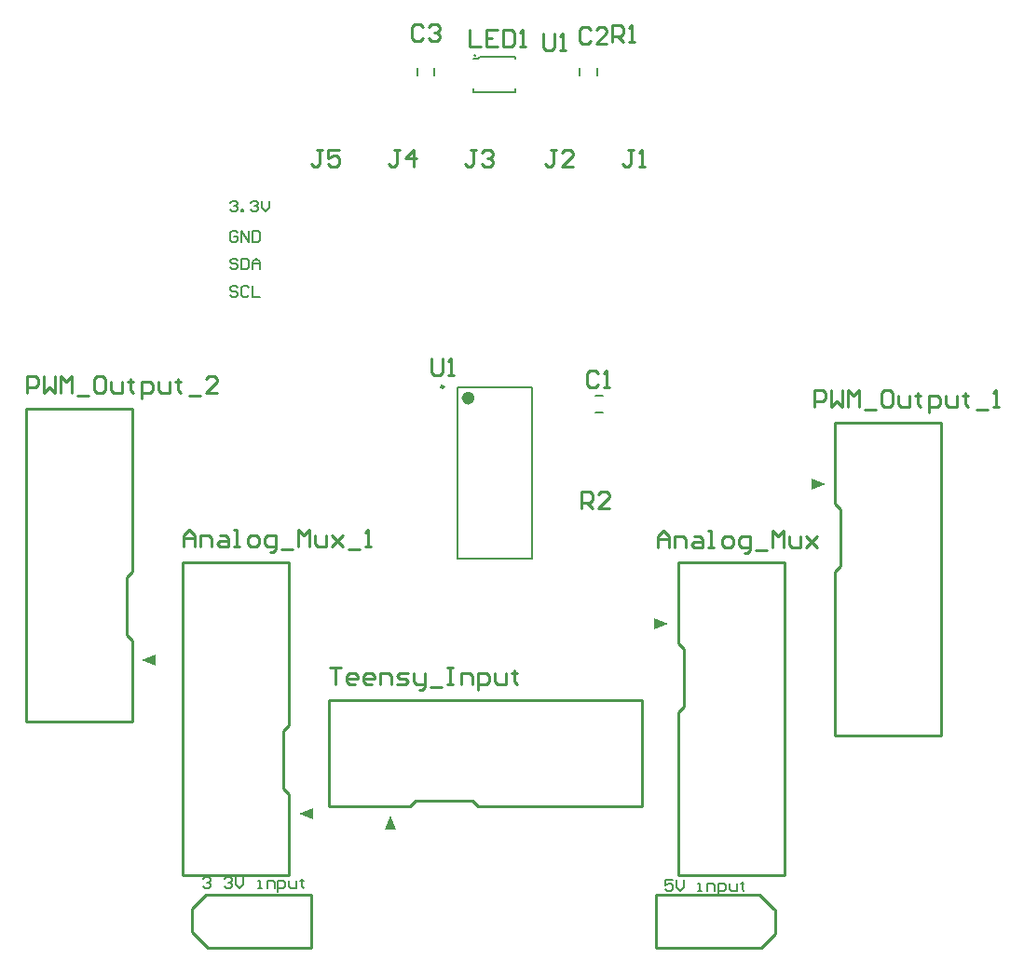
<source format=gto>
G04 Layer_Color=15132400*
%FSLAX24Y24*%
%MOIN*%
G70*
G01*
G75*
%ADD20C,0.0100*%
%ADD33C,0.0236*%
%ADD34C,0.0098*%
%ADD35C,0.0050*%
%ADD36C,0.0079*%
%ADD37C,0.0059*%
G36*
X23904Y17910D02*
X23404Y18110D01*
X23904Y18310D01*
Y17910D01*
D02*
G37*
G36*
X26873Y17533D02*
X26473D01*
X26673Y18033D01*
X26873Y17533D01*
D02*
G37*
G36*
X18293Y23422D02*
X17793Y23622D01*
X18293Y23822D01*
Y23422D01*
D02*
G37*
G36*
X42246Y29921D02*
X41746Y29721D01*
Y30121D01*
X42246Y29921D01*
D02*
G37*
G36*
X36636Y24902D02*
X36136Y24702D01*
Y25102D01*
X36636Y24902D01*
D02*
G37*
D20*
X27573Y18583D02*
X29623D01*
X24473Y18383D02*
Y22183D01*
X35673D01*
Y18383D02*
Y22183D01*
X29623Y18583D02*
X29823Y18383D01*
X35673D01*
X27373D02*
X27573Y18583D01*
X24473Y18383D02*
X27373D01*
X22854Y19010D02*
Y21060D01*
X19254Y15910D02*
X23054D01*
X19254D02*
Y27110D01*
X23054D01*
X22854Y21060D02*
X23054Y21260D01*
Y27110D01*
X22854Y19010D02*
X23054Y18810D01*
Y15910D02*
Y18810D01*
X37186Y21952D02*
Y24002D01*
X36986Y27102D02*
X40786D01*
Y15902D02*
Y27102D01*
X36986Y15902D02*
X40786D01*
X36986Y21752D02*
X37186Y21952D01*
X36986Y15902D02*
Y21752D01*
Y24202D02*
X37186Y24002D01*
X36986Y24202D02*
Y27102D01*
X17243Y24522D02*
Y26572D01*
X13643Y21422D02*
X17443D01*
X13643D02*
Y32622D01*
X17443D01*
X17243Y26572D02*
X17443Y26772D01*
Y32622D01*
X17243Y24522D02*
X17443Y24322D01*
Y21422D02*
Y24322D01*
X42796Y26971D02*
Y29021D01*
X42596Y32121D02*
X46396D01*
Y20921D02*
Y32121D01*
X42596Y20921D02*
X46396D01*
X42596Y26771D02*
X42796Y26971D01*
X42596Y20921D02*
Y26771D01*
Y29221D02*
X42796Y29021D01*
X42596Y29221D02*
Y32121D01*
X36202Y14222D02*
Y14272D01*
X37402Y13322D02*
X37552D01*
X36202D02*
Y14222D01*
Y13322D02*
X39402D01*
X36202Y15222D02*
X37452D01*
X36202Y14272D02*
Y15222D01*
X39402Y13322D02*
X39952D01*
X40452Y13822D01*
X37452Y15222D02*
X39902D01*
X40402Y14722D01*
X40452Y14672D01*
Y13822D02*
Y14672D01*
X23838Y14272D02*
Y14322D01*
X22488Y15222D02*
X22638D01*
X23838Y14322D02*
Y15222D01*
X20638D02*
X23838D01*
X22588Y13322D02*
X23838D01*
Y14272D01*
X20088Y15222D02*
X20638D01*
X19588Y14722D02*
X20088Y15222D01*
X20138Y13322D02*
X22588D01*
X19638Y13822D02*
X20138Y13322D01*
X19588Y13872D02*
X19638Y13822D01*
X19588Y13872D02*
Y14722D01*
X19300Y27660D02*
Y28060D01*
X19500Y28260D01*
X19700Y28060D01*
Y27660D01*
Y27960D01*
X19300D01*
X19900Y27660D02*
Y28060D01*
X20200D01*
X20300Y27960D01*
Y27660D01*
X20600Y28060D02*
X20800D01*
X20899Y27960D01*
Y27660D01*
X20600D01*
X20500Y27760D01*
X20600Y27860D01*
X20899D01*
X21099Y27660D02*
X21299D01*
X21199D01*
Y28260D01*
X21099D01*
X21699Y27660D02*
X21899D01*
X21999Y27760D01*
Y27960D01*
X21899Y28060D01*
X21699D01*
X21599Y27960D01*
Y27760D01*
X21699Y27660D01*
X22399Y27460D02*
X22499D01*
X22599Y27560D01*
Y28060D01*
X22299D01*
X22199Y27960D01*
Y27760D01*
X22299Y27660D01*
X22599D01*
X22799Y27560D02*
X23199D01*
X23399Y27660D02*
Y28260D01*
X23599Y28060D01*
X23799Y28260D01*
Y27660D01*
X23998Y28060D02*
Y27760D01*
X24098Y27660D01*
X24398D01*
Y28060D01*
X24598D02*
X24998Y27660D01*
X24798Y27860D01*
X24998Y28060D01*
X24598Y27660D01*
X25198Y27560D02*
X25598D01*
X25798Y27660D02*
X25998D01*
X25898D01*
Y28260D01*
X25798Y28160D01*
X36240Y27651D02*
Y28051D01*
X36440Y28251D01*
X36640Y28051D01*
Y27651D01*
Y27951D01*
X36240D01*
X36840Y27651D02*
Y28051D01*
X37140D01*
X37240Y27951D01*
Y27651D01*
X37540Y28051D02*
X37740D01*
X37839Y27951D01*
Y27651D01*
X37540D01*
X37440Y27751D01*
X37540Y27851D01*
X37839D01*
X38039Y27651D02*
X38239D01*
X38139D01*
Y28251D01*
X38039D01*
X38639Y27651D02*
X38839D01*
X38939Y27751D01*
Y27951D01*
X38839Y28051D01*
X38639D01*
X38539Y27951D01*
Y27751D01*
X38639Y27651D01*
X39339Y27451D02*
X39439D01*
X39539Y27551D01*
Y28051D01*
X39239D01*
X39139Y27951D01*
Y27751D01*
X39239Y27651D01*
X39539D01*
X39739Y27551D02*
X40139D01*
X40339Y27651D02*
Y28251D01*
X40539Y28051D01*
X40739Y28251D01*
Y27651D01*
X40938Y28051D02*
Y27751D01*
X41038Y27651D01*
X41338D01*
Y28051D01*
X41538D02*
X41938Y27651D01*
X41738Y27851D01*
X41938Y28051D01*
X41538Y27651D01*
X34109Y33881D02*
X34009Y33981D01*
X33809D01*
X33709Y33881D01*
Y33481D01*
X33809Y33381D01*
X34009D01*
X34109Y33481D01*
X34309Y33381D02*
X34509D01*
X34409D01*
Y33981D01*
X34309Y33881D01*
X33837Y46168D02*
X33737Y46268D01*
X33537D01*
X33437Y46168D01*
Y45768D01*
X33537Y45668D01*
X33737D01*
X33837Y45768D01*
X34436Y45668D02*
X34037D01*
X34436Y46068D01*
Y46168D01*
X34336Y46268D01*
X34137D01*
X34037Y46168D01*
X29508Y46191D02*
Y45592D01*
X29908D01*
X30508Y46191D02*
X30108D01*
Y45592D01*
X30508D01*
X30108Y45892D02*
X30308D01*
X30708Y46191D02*
Y45592D01*
X31008D01*
X31108Y45692D01*
Y46091D01*
X31008Y46191D01*
X30708D01*
X31308Y45592D02*
X31508D01*
X31408D01*
Y46191D01*
X31308Y46091D01*
X41845Y32670D02*
Y33270D01*
X42145D01*
X42245Y33170D01*
Y32970D01*
X42145Y32870D01*
X41845D01*
X42445Y33270D02*
Y32670D01*
X42644Y32870D01*
X42844Y32670D01*
Y33270D01*
X43044Y32670D02*
Y33270D01*
X43244Y33070D01*
X43444Y33270D01*
Y32670D01*
X43644Y32570D02*
X44044D01*
X44544Y33270D02*
X44344D01*
X44244Y33170D01*
Y32770D01*
X44344Y32670D01*
X44544D01*
X44644Y32770D01*
Y33170D01*
X44544Y33270D01*
X44844Y33070D02*
Y32770D01*
X44944Y32670D01*
X45244D01*
Y33070D01*
X45544Y33170D02*
Y33070D01*
X45444D01*
X45644D01*
X45544D01*
Y32770D01*
X45644Y32670D01*
X45943Y32470D02*
Y33070D01*
X46243D01*
X46343Y32970D01*
Y32770D01*
X46243Y32670D01*
X45943D01*
X46543Y33070D02*
Y32770D01*
X46643Y32670D01*
X46943D01*
Y33070D01*
X47243Y33170D02*
Y33070D01*
X47143D01*
X47343D01*
X47243D01*
Y32770D01*
X47343Y32670D01*
X47643Y32570D02*
X48043D01*
X48243Y32670D02*
X48443D01*
X48343D01*
Y33270D01*
X48243Y33170D01*
X13694Y33171D02*
Y33771D01*
X13994D01*
X14094Y33671D01*
Y33471D01*
X13994Y33371D01*
X13694D01*
X14294Y33771D02*
Y33171D01*
X14494Y33371D01*
X14694Y33171D01*
Y33771D01*
X14894Y33171D02*
Y33771D01*
X15094Y33571D01*
X15294Y33771D01*
Y33171D01*
X15494Y33071D02*
X15894D01*
X16393Y33771D02*
X16193D01*
X16093Y33671D01*
Y33271D01*
X16193Y33171D01*
X16393D01*
X16493Y33271D01*
Y33671D01*
X16393Y33771D01*
X16693Y33571D02*
Y33271D01*
X16793Y33171D01*
X17093D01*
Y33571D01*
X17393Y33671D02*
Y33571D01*
X17293D01*
X17493D01*
X17393D01*
Y33271D01*
X17493Y33171D01*
X17793Y32971D02*
Y33571D01*
X18093D01*
X18193Y33471D01*
Y33271D01*
X18093Y33171D01*
X17793D01*
X18393Y33571D02*
Y33271D01*
X18493Y33171D01*
X18793D01*
Y33571D01*
X19093Y33671D02*
Y33571D01*
X18993D01*
X19192D01*
X19093D01*
Y33271D01*
X19192Y33171D01*
X19492Y33071D02*
X19892D01*
X20492Y33171D02*
X20092D01*
X20492Y33571D01*
Y33671D01*
X20392Y33771D01*
X20192D01*
X20092Y33671D01*
X34620Y45740D02*
Y46340D01*
X34920D01*
X35020Y46240D01*
Y46040D01*
X34920Y45940D01*
X34620D01*
X34820D02*
X35020Y45740D01*
X35220D02*
X35420D01*
X35320D01*
Y46340D01*
X35220Y46240D01*
X33513Y29033D02*
Y29633D01*
X33813D01*
X33913Y29533D01*
Y29333D01*
X33813Y29233D01*
X33513D01*
X33713D02*
X33913Y29033D01*
X34513D02*
X34113D01*
X34513Y29433D01*
Y29533D01*
X34413Y29633D01*
X34213D01*
X34113Y29533D01*
X24527Y23331D02*
X24927D01*
X24727D01*
Y22732D01*
X25427D02*
X25227D01*
X25127Y22832D01*
Y23031D01*
X25227Y23131D01*
X25427D01*
X25527Y23031D01*
Y22932D01*
X25127D01*
X26027Y22732D02*
X25827D01*
X25727Y22832D01*
Y23031D01*
X25827Y23131D01*
X26027D01*
X26127Y23031D01*
Y22932D01*
X25727D01*
X26326Y22732D02*
Y23131D01*
X26626D01*
X26726Y23031D01*
Y22732D01*
X26926D02*
X27226D01*
X27326Y22832D01*
X27226Y22932D01*
X27026D01*
X26926Y23031D01*
X27026Y23131D01*
X27326D01*
X27526D02*
Y22832D01*
X27626Y22732D01*
X27926D01*
Y22632D01*
X27826Y22532D01*
X27726D01*
X27926Y22732D02*
Y23131D01*
X28126Y22632D02*
X28526D01*
X28726Y23331D02*
X28926D01*
X28826D01*
Y22732D01*
X28726D01*
X28926D01*
X29226D02*
Y23131D01*
X29525D01*
X29625Y23031D01*
Y22732D01*
X29825Y22532D02*
Y23131D01*
X30125D01*
X30225Y23031D01*
Y22832D01*
X30125Y22732D01*
X29825D01*
X30425Y23131D02*
Y22832D01*
X30525Y22732D01*
X30825D01*
Y23131D01*
X31125Y23231D02*
Y23131D01*
X31025D01*
X31225D01*
X31125D01*
Y22832D01*
X31225Y22732D01*
X32170Y46040D02*
Y45540D01*
X32270Y45440D01*
X32470D01*
X32570Y45540D01*
Y46040D01*
X32770Y45440D02*
X32970D01*
X32870D01*
Y46040D01*
X32770Y45940D01*
X28168Y34400D02*
Y33900D01*
X28268Y33800D01*
X28468D01*
X28568Y33900D01*
Y34400D01*
X28768Y33800D02*
X28968D01*
X28868D01*
Y34400D01*
X28768Y34300D01*
X35380Y41880D02*
X35180D01*
X35280D01*
Y41380D01*
X35180Y41280D01*
X35080D01*
X34980Y41380D01*
X35580Y41280D02*
X35780D01*
X35680D01*
Y41880D01*
X35580Y41780D01*
X32630Y41880D02*
X32430D01*
X32530D01*
Y41380D01*
X32430Y41280D01*
X32330D01*
X32230Y41380D01*
X33230Y41280D02*
X32830D01*
X33230Y41680D01*
Y41780D01*
X33130Y41880D01*
X32930D01*
X32830Y41780D01*
X29770Y41880D02*
X29570D01*
X29670D01*
Y41380D01*
X29570Y41280D01*
X29470D01*
X29370Y41380D01*
X29970Y41780D02*
X30070Y41880D01*
X30270D01*
X30370Y41780D01*
Y41680D01*
X30270Y41580D01*
X30170D01*
X30270D01*
X30370Y41480D01*
Y41380D01*
X30270Y41280D01*
X30070D01*
X29970Y41380D01*
X24260Y41880D02*
X24060D01*
X24160D01*
Y41380D01*
X24060Y41280D01*
X23960D01*
X23860Y41380D01*
X24860Y41880D02*
X24460D01*
Y41580D01*
X24660Y41680D01*
X24760D01*
X24860Y41580D01*
Y41380D01*
X24760Y41280D01*
X24560D01*
X24460Y41380D01*
X27020Y41880D02*
X26820D01*
X26920D01*
Y41380D01*
X26820Y41280D01*
X26720D01*
X26620Y41380D01*
X27520Y41280D02*
Y41880D01*
X27220Y41580D01*
X27620D01*
X27861Y46268D02*
X27761Y46368D01*
X27561D01*
X27461Y46268D01*
Y45868D01*
X27561Y45768D01*
X27761D01*
X27861Y45868D01*
X28060Y46268D02*
X28160Y46368D01*
X28360D01*
X28460Y46268D01*
Y46168D01*
X28360Y46068D01*
X28260D01*
X28360D01*
X28460Y45968D01*
Y45868D01*
X28360Y45768D01*
X28160D01*
X28060Y45868D01*
D33*
X29587Y32992D02*
G03*
X29587Y32992I-118J0D01*
G01*
D34*
X28593Y33400D02*
G03*
X28593Y33400I-49J0D01*
G01*
D35*
X29738Y45247D02*
G03*
X29738Y45247I-25J0D01*
G01*
X29893Y45217D02*
X31163D01*
X29848Y45172D02*
X29878Y45202D01*
X29663Y45137D02*
X29813D01*
X31163D02*
Y45217D01*
X29663Y43957D02*
Y44077D01*
Y43957D02*
X31163D01*
Y44077D01*
X29813Y45137D02*
X29833Y45157D01*
X29848Y45172D01*
X29878Y45202D02*
X29893Y45217D01*
D36*
X29075Y27244D02*
X31752D01*
X29075Y33386D02*
X31752D01*
Y27244D02*
Y33386D01*
X29075Y27244D02*
Y33386D01*
X34016Y32461D02*
X34291D01*
X34016Y33091D02*
X34291D01*
X33445Y44547D02*
Y44823D01*
X34075Y44547D02*
Y44823D01*
X28268Y44547D02*
Y44823D01*
X27638Y44547D02*
Y44823D01*
D37*
X36778Y15748D02*
X36516D01*
Y15551D01*
X36647Y15617D01*
X36713D01*
X36778Y15551D01*
Y15420D01*
X36713Y15354D01*
X36581D01*
X36516Y15420D01*
X36909Y15748D02*
Y15486D01*
X37041Y15354D01*
X37172Y15486D01*
Y15748D01*
X37696Y15354D02*
X37828D01*
X37762D01*
Y15617D01*
X37696D01*
X38024Y15354D02*
Y15617D01*
X38221D01*
X38287Y15551D01*
Y15354D01*
X38418Y15223D02*
Y15617D01*
X38615D01*
X38680Y15551D01*
Y15420D01*
X38615Y15354D01*
X38418D01*
X38812Y15617D02*
Y15420D01*
X38877Y15354D01*
X39074D01*
Y15617D01*
X39271Y15682D02*
Y15617D01*
X39205D01*
X39336D01*
X39271D01*
Y15420D01*
X39336Y15354D01*
X19980Y15781D02*
X20046Y15846D01*
X20177D01*
X20243Y15781D01*
Y15715D01*
X20177Y15650D01*
X20112D01*
X20177D01*
X20243Y15584D01*
Y15518D01*
X20177Y15453D01*
X20046D01*
X19980Y15518D01*
X20767Y15781D02*
X20833Y15846D01*
X20964D01*
X21030Y15781D01*
Y15715D01*
X20964Y15650D01*
X20899D01*
X20964D01*
X21030Y15584D01*
Y15518D01*
X20964Y15453D01*
X20833D01*
X20767Y15518D01*
X21161Y15846D02*
Y15584D01*
X21292Y15453D01*
X21423Y15584D01*
Y15846D01*
X21948Y15453D02*
X22079D01*
X22014D01*
Y15715D01*
X21948D01*
X22276Y15453D02*
Y15715D01*
X22473D01*
X22539Y15650D01*
Y15453D01*
X22670Y15322D02*
Y15715D01*
X22867D01*
X22932Y15650D01*
Y15518D01*
X22867Y15453D01*
X22670D01*
X23063Y15715D02*
Y15518D01*
X23129Y15453D01*
X23326D01*
Y15715D01*
X23522Y15781D02*
Y15715D01*
X23457D01*
X23588D01*
X23522D01*
Y15518D01*
X23588Y15453D01*
X20965Y39993D02*
X21030Y40059D01*
X21161D01*
X21227Y39993D01*
Y39928D01*
X21161Y39862D01*
X21096D01*
X21161D01*
X21227Y39797D01*
Y39731D01*
X21161Y39665D01*
X21030D01*
X20965Y39731D01*
X21358Y39665D02*
Y39731D01*
X21424D01*
Y39665D01*
X21358D01*
X21686Y39993D02*
X21752Y40059D01*
X21883D01*
X21948Y39993D01*
Y39928D01*
X21883Y39862D01*
X21817D01*
X21883D01*
X21948Y39797D01*
Y39731D01*
X21883Y39665D01*
X21752D01*
X21686Y39731D01*
X22080Y40059D02*
Y39797D01*
X22211Y39665D01*
X22342Y39797D01*
Y40059D01*
X21227Y38911D02*
X21161Y38976D01*
X21030D01*
X20965Y38911D01*
Y38648D01*
X21030Y38583D01*
X21161D01*
X21227Y38648D01*
Y38779D01*
X21096D01*
X21358Y38583D02*
Y38976D01*
X21621Y38583D01*
Y38976D01*
X21752D02*
Y38583D01*
X21948D01*
X22014Y38648D01*
Y38911D01*
X21948Y38976D01*
X21752D01*
X21227Y37926D02*
X21161Y37992D01*
X21030D01*
X20965Y37926D01*
Y37861D01*
X21030Y37795D01*
X21161D01*
X21227Y37730D01*
Y37664D01*
X21161Y37598D01*
X21030D01*
X20965Y37664D01*
X21358Y37992D02*
Y37598D01*
X21555D01*
X21621Y37664D01*
Y37926D01*
X21555Y37992D01*
X21358D01*
X21752Y37598D02*
Y37861D01*
X21883Y37992D01*
X22014Y37861D01*
Y37598D01*
Y37795D01*
X21752D01*
X21227Y36942D02*
X21161Y37008D01*
X21030D01*
X20965Y36942D01*
Y36877D01*
X21030Y36811D01*
X21161D01*
X21227Y36745D01*
Y36680D01*
X21161Y36614D01*
X21030D01*
X20965Y36680D01*
X21621Y36942D02*
X21555Y37008D01*
X21424D01*
X21358Y36942D01*
Y36680D01*
X21424Y36614D01*
X21555D01*
X21621Y36680D01*
X21752Y37008D02*
Y36614D01*
X22014D01*
M02*

</source>
